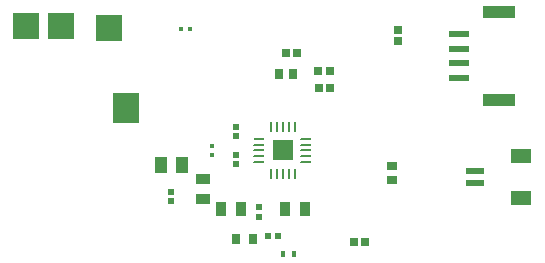
<source format=gbr>
%TF.GenerationSoftware,Altium Limited,Altium Designer,25.8.1 (18)*%
G04 Layer_Color=8421504*
%FSLAX45Y45*%
%MOMM*%
%TF.SameCoordinates,59470FF0-CD15-45DD-BB61-DC51C1D221A1*%
%TF.FilePolarity,Positive*%
%TF.FileFunction,Paste,Top*%
%TF.Part,Single*%
G01*
G75*
%TA.AperFunction,SMDPad,CuDef*%
%ADD10R,0.45000X0.45000*%
%ADD11R,1.00000X1.35000*%
%ADD12R,0.47247X0.51535*%
%ADD13R,1.70000X0.60000*%
%ADD14R,2.80000X1.00000*%
%ADD15R,1.80000X1.20000*%
%ADD16R,1.55000X0.60000*%
%ADD17R,0.85000X1.30000*%
%ADD18R,0.65000X0.70000*%
%ADD19R,0.70000X0.65000*%
%ADD20R,0.90000X0.75000*%
G04:AMPARAMS|DCode=21|XSize=0.23928mm|YSize=0.93106mm|CornerRadius=0.11964mm|HoleSize=0mm|Usage=FLASHONLY|Rotation=0.000|XOffset=0mm|YOffset=0mm|HoleType=Round|Shape=RoundedRectangle|*
%AMROUNDEDRECTD21*
21,1,0.23928,0.69178,0,0,0.0*
21,1,0.00000,0.93106,0,0,0.0*
1,1,0.23928,0.00000,-0.34589*
1,1,0.23928,0.00000,-0.34589*
1,1,0.23928,0.00000,0.34589*
1,1,0.23928,0.00000,0.34589*
%
%ADD21ROUNDEDRECTD21*%
G04:AMPARAMS|DCode=22|XSize=0.93106mm|YSize=0.23928mm|CornerRadius=0.11964mm|HoleSize=0mm|Usage=FLASHONLY|Rotation=0.000|XOffset=0mm|YOffset=0mm|HoleType=Round|Shape=RoundedRectangle|*
%AMROUNDEDRECTD22*
21,1,0.93106,0.00000,0,0,0.0*
21,1,0.69178,0.23928,0,0,0.0*
1,1,0.23928,0.34589,0.00000*
1,1,0.23928,-0.34589,0.00000*
1,1,0.23928,-0.34589,0.00000*
1,1,0.23928,0.34589,0.00000*
%
%ADD22ROUNDEDRECTD22*%
%ADD23R,0.93106X0.23928*%
%ADD25R,0.52000X0.52000*%
%ADD26R,0.80000X0.90000*%
%ADD27R,0.55000X0.60000*%
%ADD28R,0.45000X0.50000*%
%ADD29R,1.30000X0.85000*%
%ADD30R,2.20000X2.30000*%
%ADD31R,2.20000X2.50000*%
%ADD32R,0.45000X0.45000*%
%ADD33R,0.60000X0.55000*%
%ADD34R,0.75000X0.90000*%
%TA.AperFunction,NonConductor*%
%ADD56R,1.73925X1.73925*%
D10*
X1890000Y2350000D02*
D03*
X1960000D02*
D03*
D11*
X1720000Y1200000D02*
D03*
X1900000D02*
D03*
D12*
X1800000Y900000D02*
D03*
Y975713D02*
D03*
X2350000Y1449287D02*
D03*
Y1525000D02*
D03*
D13*
X4242500Y2312500D02*
D03*
Y2187500D02*
D03*
Y2062500D02*
D03*
Y1937500D02*
D03*
D14*
X4577500Y1752500D02*
D03*
Y2497500D02*
D03*
D15*
X4767500Y920000D02*
D03*
Y1280000D02*
D03*
D16*
X4380000Y1050000D02*
D03*
Y1150000D02*
D03*
D17*
X2225000Y825000D02*
D03*
X2395000D02*
D03*
X2765000D02*
D03*
X2935000D02*
D03*
D18*
X3725000Y2250000D02*
D03*
Y2345000D02*
D03*
D19*
X3145000Y2000000D02*
D03*
X3447500Y550000D02*
D03*
X2872500Y2150000D02*
D03*
X2777500D02*
D03*
X3352500Y550000D02*
D03*
X3052500Y1850000D02*
D03*
X3147500D02*
D03*
X3050000Y2000000D02*
D03*
D20*
X3675000Y1075000D02*
D03*
Y1195000D02*
D03*
D21*
X2800000Y1524053D02*
D03*
X2700000D02*
D03*
X2650000D02*
D03*
X2750000D02*
D03*
X2850000D02*
D03*
Y1125947D02*
D03*
X2800000D02*
D03*
X2750000D02*
D03*
X2700000D02*
D03*
X2650000D02*
D03*
D22*
X2949053Y1325000D02*
D03*
Y1425000D02*
D03*
Y1375000D02*
D03*
Y1275000D02*
D03*
Y1225000D02*
D03*
X2550947D02*
D03*
Y1275000D02*
D03*
Y1325000D02*
D03*
Y1375000D02*
D03*
D23*
Y1425000D02*
D03*
D25*
X2350000Y1210000D02*
D03*
Y1290000D02*
D03*
D26*
X2500000Y575000D02*
D03*
X2350000D02*
D03*
D27*
X2550000Y757500D02*
D03*
Y842500D02*
D03*
D28*
X2750000Y450000D02*
D03*
X2845000D02*
D03*
D29*
X2075000Y915000D02*
D03*
Y1085000D02*
D03*
D30*
X1275000Y2360000D02*
D03*
X875000Y2380000D02*
D03*
X575000D02*
D03*
D31*
X1425000Y1680000D02*
D03*
D32*
X2150000Y1360000D02*
D03*
Y1290000D02*
D03*
D33*
X2625000Y600000D02*
D03*
X2710000D02*
D03*
D34*
X2835000Y1975000D02*
D03*
X2715000D02*
D03*
D56*
X2750000Y1325000D02*
D03*
%TF.MD5,1c0f224acf3dc8c96b3db8f40b6c15dd*%
M02*

</source>
